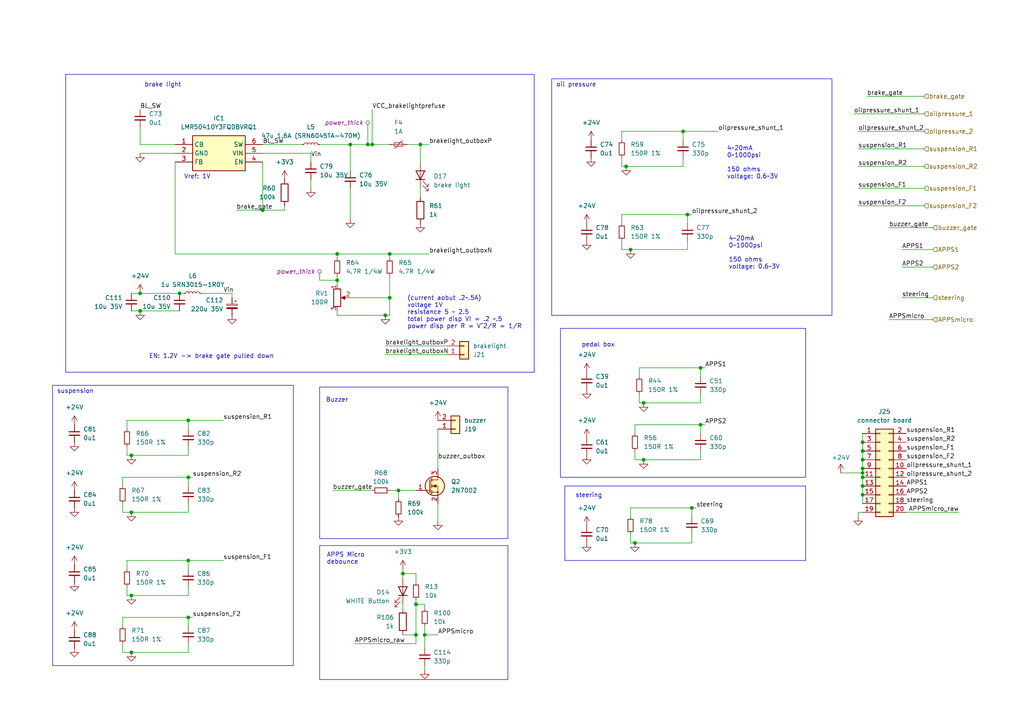
<source format=kicad_sch>
(kicad_sch (version 20231120) (generator "eeschema") (generator_version "8.0")
  (paper "A4")
  (title_block (title "EP6 VCU") (date "2024-09-30") (rev "1.0") (company "NTURacing") (comment 1 "郭哲明") (comment 2 "Electrical group"))
  (lib_symbols
    (symbol "Connector_Generic:Conn_01x02" (pin_names (offset 1.016) hide)
      (property "Reference" "J" (at 0 2.54 0))
      (property "Value" "Conn_01x02" (at 0 -5.08 0))
      (symbol "Conn_01x02_1_1"
        (pin passive line (at -5.08 0 0) (length 3.81) (name "Pin_1") (number "1"))
        (pin passive line (at -5.08 -2.54 0) (length 3.81) (name "Pin_2") (number "2"))
      )
    )
    (symbol "Connector_Generic:Conn_02x10_Odd_Even" (pin_names (offset 1.016) hide)
      (property "Reference" "J" (at 1.27 12.7 0))
      (property "Value" "Conn_02x10_Odd_Even" (at 1.27 -15.24 0))
      (symbol "Conn_02x10_Odd_Even_1_1"
        (pin passive line (at -5.08 10.16 0) (length 3.81) (name "Pin_1") (number "1"))
        (pin passive line (at 7.62 0 180) (length 3.81) (name "Pin_10") (number "10"))
        (pin passive line (at -5.08 -2.54 0) (length 3.81) (name "Pin_11") (number "11"))
        (pin passive line (at 7.62 -2.54 180) (length 3.81) (name "Pin_12") (number "12"))
        (pin passive line (at -5.08 -5.08 0) (length 3.81) (name "Pin_13") (number "13"))
        (pin passive line (at 7.62 -5.08 180) (length 3.81) (name "Pin_14") (number "14"))
        (pin passive line (at -5.08 -7.62 0) (length 3.81) (name "Pin_15") (number "15"))
        (pin passive line (at 7.62 -7.62 180) (length 3.81) (name "Pin_16") (number "16"))
        (pin passive line (at -5.08 -10.16 0) (length 3.81) (name "Pin_17") (number "17"))
        (pin passive line (at 7.62 -10.16 180) (length 3.81) (name "Pin_18") (number "18"))
        (pin passive line (at -5.08 -12.7 0) (length 3.81) (name "Pin_19") (number "19"))
        (pin passive line (at 7.62 10.16 180) (length 3.81) (name "Pin_2") (number "2"))
        (pin passive line (at 7.62 -12.7 180) (length 3.81) (name "Pin_20") (number "20"))
        (pin passive line (at -5.08 7.62 0) (length 3.81) (name "Pin_3") (number "3"))
        (pin passive line (at 7.62 7.62 180) (length 3.81) (name "Pin_4") (number "4"))
        (pin passive line (at -5.08 5.08 0) (length 3.81) (name "Pin_5") (number "5"))
        (pin passive line (at 7.62 5.08 180) (length 3.81) (name "Pin_6") (number "6"))
        (pin passive line (at -5.08 2.54 0) (length 3.81) (name "Pin_7") (number "7"))
        (pin passive line (at 7.62 2.54 180) (length 3.81) (name "Pin_8") (number "8"))
        (pin passive line (at -5.08 0 0) (length 3.81) (name "Pin_9") (number "9"))
      )
    )
    (symbol "Device:C_Polarized_Small" (pin_numbers hide) (pin_names (offset 0.254) hide)
      (property "Reference" "C" (at 0.254 1.778 0))
      (property "Value" "C_Polarized_Small" (at 0.254 -2.032 0))
      (symbol "C_Polarized_Small_1_1"
        (pin passive line (at 0 2.54 270) (length 1.8542) (name "~") (number "1"))
        (pin passive line (at 0 -2.54 90) (length 1.8542) (name "~") (number "2"))
      )
    )
    (symbol "Device:C_Small" (pin_numbers hide) (pin_names (offset 0.254) hide)
      (property "Reference" "C" (at 0.254 1.778 0))
      (property "Value" "C_Small" (at 0.254 -2.032 0))
      (symbol "C_Small_1_1"
        (pin passive line (at 0 2.54 270) (length 2.032) (name "~") (number "1"))
        (pin passive line (at 0 -2.54 90) (length 2.032) (name "~") (number "2"))
      )
    )
    (symbol "Device:LED" (pin_numbers hide) (pin_names (offset 1.016) hide)
      (property "Reference" "D" (at 0 2.54 0))
      (property "Value" "LED" (at 0 -2.54 0))
      (symbol "LED_1_1"
        (pin passive line (at -3.81 0 0) (length 2.54) (name "K") (number "1"))
        (pin passive line (at 3.81 0 180) (length 2.54) (name "A") (number "2"))
      )
    )
    (symbol "Device:L_Small" (pin_numbers hide) (pin_names (offset 0.254) hide)
      (property "Reference" "L" (at 0.762 1.016 0))
      (property "Value" "L_Small" (at 0.762 -1.016 0))
      (symbol "L_Small_1_1"
        (pin passive line (at 0 2.54 270) (length 0.508) (name "~") (number "1"))
        (pin passive line (at 0 -2.54 90) (length 0.508) (name "~") (number "2"))
      )
    )
    (symbol "Device:Polyfuse_Small" (pin_numbers hide) (pin_names (offset 0))
      (property "Reference" "F" (at -1.905 0 90))
      (property "Value" "Polyfuse_Small" (at 1.905 0 90))
      (symbol "Polyfuse_Small_1_1"
        (pin passive line (at 0 2.54 270) (length 0.635) (name "~") (number "1"))
        (pin passive line (at 0 -2.54 90) (length 0.635) (name "~") (number "2"))
      )
    )
    (symbol "Device:R" (pin_numbers hide) (pin_names (offset 0))
      (property "Reference" "R" (at 2.032 0 90))
      (property "Value" "R" (at 0 0 90))
      (symbol "R_1_1"
        (pin passive line (at 0 3.81 270) (length 1.27) (name "~") (number "1"))
        (pin passive line (at 0 -3.81 90) (length 1.27) (name "~") (number "2"))
      )
    )
    (symbol "Device:R_Potentiometer" (pin_names (offset 1.016) hide)
      (property "Reference" "RV" (at -4.445 0 90))
      (property "Value" "R_Potentiometer" (at -2.54 0 90))
      (symbol "R_Potentiometer_1_1"
        (pin passive line (at 0 3.81 270) (length 1.27) (name "1") (number "1"))
        (pin passive line (at 3.81 0 180) (length 1.27) (name "2") (number "2"))
        (pin passive line (at 0 -3.81 90) (length 1.27) (name "3") (number "3"))
      )
    )
    (symbol "Device:R_Small" (pin_numbers hide) (pin_names (offset 0.254) hide)
      (property "Reference" "R" (at 0.762 0.508 0))
      (property "Value" "R_Small" (at 0.762 -1.016 0))
      (symbol "R_Small_1_1"
        (pin passive line (at 0 2.54 270) (length 0.762) (name "~") (number "1"))
        (pin passive line (at 0 -2.54 90) (length 0.762) (name "~") (number "2"))
      )
    )
    (symbol "PCM_Transistor_MOSFET_AKL:2N7002" (pin_names hide)
      (property "Reference" "Q" (at 5.08 1.27 0))
      (property "Value" "2N7002" (at 5.08 -1.27 0))
      (symbol "2N7002_1_1"
        (pin input line (at -3.81 -1.27 0) (length 2.54) (name "G") (number "1"))
        (pin passive line (at 2.54 -5.08 90) (length 2.54) (name "S") (number "2"))
        (pin passive line (at 2.54 5.08 270) (length 2.54) (name "D") (number "3"))
      )
    )
    (symbol "SamacSys_Parts:LMR50410Y3FQDBVRQ1"
      (property "Reference" "IC" (at 21.59 7.62 0))
      (property "Value" "LMR50410Y3FQDBVRQ1" (at 21.59 5.08 0))
      (symbol "LMR50410Y3FQDBVRQ1_1_1"
        (pin passive line (at 0 0 0) (length 5.08) (name "CB") (number "1"))
        (pin passive line (at 0 -2.54 0) (length 5.08) (name "GND") (number "2"))
        (pin passive line (at 0 -5.08 0) (length 5.08) (name "FB") (number "3"))
        (pin passive line (at 25.4 -5.08 180) (length 5.08) (name "EN") (number "4"))
        (pin passive line (at 25.4 -2.54 180) (length 5.08) (name "VIN") (number "5"))
        (pin passive line (at 25.4 0 180) (length 5.08) (name "SW") (number "6"))
      )
    )
    (symbol "power:+24V" (power) (pin_numbers hide) (pin_names (offset 0) hide)
      (property "Value" "+24V" (at 0 3.556 0))
      (symbol "+24V_1_1"
        (pin power_in line (at 0 0 90) (length 0) (name "~") (number "1"))
      )
    )
    (symbol "power:+3V3" (power) (pin_numbers hide) (pin_names (offset 0) hide)
      (property "Value" "+3V3" (at 0 3.556 0))
      (symbol "+3V3_1_1"
        (pin power_in line (at 0 0 90) (length 0) (name "~") (number "1"))
      )
    )
    (symbol "power:GND" (power) (pin_numbers hide) (pin_names (offset 0) hide)
      (property "Value" "GND" (at 0 -3.81 0))
      (symbol "GND_1_1"
        (pin power_in line (at 0 0 270) (length 0) (name "~") (number "1"))
      )
    )
  )
  (junction (at 97.79 73.66))
  (junction (at 250.19 128.27))
  (junction (at 107.95 41.91))
  (junction (at 54.61 138.43))
  (junction (at 120.65 184.15))
  (junction (at 250.19 138.43))
  (junction (at 250.19 133.35))
  (junction (at 203.2 123.19))
  (junction (at 121.92 41.91))
  (junction (at 250.19 143.51))
  (junction (at 123.19 184.15))
  (junction (at 113.03 86.36))
  (junction (at 186.69 133.35))
  (junction (at 52.07 85.09))
  (junction (at 40.64 90.17))
  (junction (at 54.61 121.92))
  (junction (at 203.2 106.68))
  (junction (at 38.1 132.08))
  (junction (at 120.65 175.26))
  (junction (at 200.66 147.32))
  (junction (at 182.88 72.39))
  (junction (at 76.2 60.96))
  (junction (at 184.15 157.48))
  (junction (at 38.1 189.23))
  (junction (at 54.61 179.07))
  (junction (at 113.03 73.66))
  (junction (at 250.19 135.89))
  (junction (at 116.84 166.37))
  (junction (at 106.68 41.91))
  (junction (at 38.1 172.72))
  (junction (at 250.19 130.81))
  (junction (at 250.19 140.97))
  (junction (at 101.6 41.91))
  (junction (at 38.1 148.59))
  (junction (at 199.39 62.23))
  (junction (at 250.19 137.16))
  (junction (at 115.57 142.24))
  (junction (at 111.76 91.44))
  (junction (at 40.64 85.09))
  (junction (at 198.12 38.1))
  (junction (at 186.69 116.84))
  (junction (at 181.61 48.26))
  (junction (at 97.79 81.28))
  (junction (at 54.61 162.56))
  (wire (pts (xy 67.31 86.36) (xy 67.31 85.09)))
  (wire (pts (xy 36.83 172.72) (xy 38.1 172.72)))
  (wire (pts (xy 36.83 162.56) (xy 54.61 162.56)))
  (wire (pts (xy 121.92 57.15) (xy 121.92 54.61)))
  (wire (pts (xy 113.03 74.93) (xy 113.03 73.66)))
  (wire (pts (xy 180.34 45.72) (xy 180.34 48.26)))
  (wire (pts (xy 107.95 31.75) (xy 107.95 41.91)))
  (wire (pts (xy 106.68 38.1) (xy 106.68 41.91)))
  (wire (pts (xy 251.46 27.94) (xy 267.97 27.94)))
  (wire (pts (xy 82.55 59.69) (xy 82.55 60.96)))
  (wire (pts (xy 97.79 81.28) (xy 97.79 82.55)))
  (wire (pts (xy 250.19 143.51) (xy 250.19 146.05)))
  (wire (pts (xy 40.64 44.45) (xy 50.8 44.45)))
  (wire (pts (xy 120.65 173.99) (xy 120.65 175.26)))
  (wire (pts (xy 40.64 85.09) (xy 38.1 85.09)))
  (wire (pts (xy 101.6 49.53) (xy 101.6 41.91)))
  (wire (pts (xy 123.19 175.26) (xy 120.65 175.26)))
  (wire (pts (xy 36.83 162.56) (xy 36.83 165.1)))
  (wire (pts (xy 248.92 54.61) (xy 267.97 54.61)))
  (wire (pts (xy 102.87 186.69) (xy 120.65 186.69)))
  (wire (pts (xy 76.2 46.99) (xy 76.2 60.96)))
  (wire (pts (xy 54.61 146.05) (xy 54.61 148.59)))
  (wire (pts (xy 184.15 133.35) (xy 186.69 133.35)))
  (wire (pts (xy 38.1 132.08) (xy 54.61 132.08)))
  (wire (pts (xy 180.34 62.23) (xy 199.39 62.23)))
  (wire (pts (xy 185.42 114.3) (xy 185.42 116.84)))
  (wire (pts (xy 200.66 147.32) (xy 200.66 149.86)))
  (wire (pts (xy 184.15 130.81) (xy 184.15 133.35)))
  (wire (pts (xy 180.34 72.39) (xy 182.88 72.39)))
  (wire (pts (xy 50.8 46.99) (xy 50.8 73.66)))
  (wire (pts (xy 186.69 116.84) (xy 203.2 116.84)))
  (wire (pts (xy 54.61 162.56) (xy 64.77 162.56)))
  (wire (pts (xy 121.92 46.99) (xy 121.92 41.91)))
  (wire (pts (xy 113.03 41.91) (xy 107.95 41.91)))
  (wire (pts (xy 120.65 175.26) (xy 120.65 184.15)))
  (wire (pts (xy 184.15 157.48) (xy 200.66 157.48)))
  (wire (pts (xy 52.07 85.09) (xy 40.64 85.09)))
  (wire (pts (xy 54.61 121.92) (xy 64.77 121.92)))
  (wire (pts (xy 250.19 135.89) (xy 250.19 137.16)))
  (wire (pts (xy 182.88 147.32) (xy 182.88 149.86)))
  (wire (pts (xy 203.2 106.68) (xy 203.2 109.22)))
  (wire (pts (xy 54.61 179.07) (xy 55.88 179.07)))
  (wire (pts (xy 182.88 72.39) (xy 199.39 72.39)))
  (wire (pts (xy 185.42 106.68) (xy 203.2 106.68)))
  (wire (pts (xy 257.81 92.71) (xy 270.51 92.71)))
  (wire (pts (xy 113.03 91.44) (xy 111.76 91.44)))
  (wire (pts (xy 250.19 140.97) (xy 250.19 143.51)))
  (wire (pts (xy 96.52 142.24) (xy 107.95 142.24)))
  (wire (pts (xy 36.83 121.92) (xy 36.83 124.46)))
  (wire (pts (xy 182.88 147.32) (xy 200.66 147.32)))
  (wire (pts (xy 54.61 138.43) (xy 54.61 140.97)))
  (wire (pts (xy 250.19 138.43) (xy 250.19 140.97)))
  (wire (pts (xy 101.6 54.61) (xy 101.6 63.5)))
  (wire (pts (xy 123.19 184.15) (xy 127 184.15)))
  (wire (pts (xy 38.1 189.23) (xy 54.61 189.23)))
  (wire (pts (xy 121.92 41.91) (xy 124.46 41.91)))
  (wire (pts (xy 35.56 146.05) (xy 35.56 148.59)))
  (wire (pts (xy 113.03 142.24) (xy 115.57 142.24)))
  (wire (pts (xy 116.84 184.15) (xy 120.65 184.15)))
  (wire (pts (xy 243.84 137.16) (xy 250.19 137.16)))
  (wire (pts (xy 111.76 102.87) (xy 129.54 102.87)))
  (wire (pts (xy 120.65 166.37) (xy 116.84 166.37)))
  (wire (pts (xy 198.12 38.1) (xy 198.12 40.64)))
  (wire (pts (xy 184.15 123.19) (xy 184.15 125.73)))
  (wire (pts (xy 113.03 80.01) (xy 113.03 86.36)))
  (wire (pts (xy 54.61 138.43) (xy 55.88 138.43)))
  (wire (pts (xy 52.07 85.09) (xy 53.34 85.09)))
  (wire (pts (xy 123.19 175.26) (xy 123.19 176.53)))
  (wire (pts (xy 182.88 157.48) (xy 184.15 157.48)))
  (wire (pts (xy 203.2 123.19) (xy 204.47 123.19)))
  (wire (pts (xy 54.61 121.92) (xy 54.61 124.46)))
  (wire (pts (xy 116.84 165.1) (xy 116.84 166.37)))
  (wire (pts (xy 68.58 60.96) (xy 76.2 60.96)))
  (wire (pts (xy 250.19 133.35) (xy 250.19 135.89)))
  (wire (pts (xy 180.34 48.26) (xy 181.61 48.26)))
  (wire (pts (xy 38.1 148.59) (xy 54.61 148.59)))
  (wire (pts (xy 76.2 60.96) (xy 82.55 60.96)))
  (wire (pts (xy 38.1 172.72) (xy 54.61 172.72)))
  (wire (pts (xy 101.6 41.91) (xy 106.68 41.91)))
  (wire (pts (xy 198.12 38.1) (xy 208.28 38.1)))
  (wire (pts (xy 50.8 41.91) (xy 40.64 41.91)))
  (wire (pts (xy 87.63 41.91) (xy 76.2 41.91)))
  (wire (pts (xy 270.51 72.39) (xy 261.62 72.39)))
  (wire (pts (xy 203.2 130.81) (xy 203.2 133.35)))
  (wire (pts (xy 40.64 41.91) (xy 40.64 36.83)))
  (wire (pts (xy 203.2 114.3) (xy 203.2 116.84)))
  (wire (pts (xy 36.83 170.18) (xy 36.83 172.72)))
  (wire (pts (xy 199.39 62.23) (xy 199.39 64.77)))
  (wire (pts (xy 203.2 106.68) (xy 204.47 106.68)))
  (wire (pts (xy 97.79 73.66) (xy 50.8 73.66)))
  (wire (pts (xy 248.92 48.26) (xy 267.97 48.26)))
  (wire (pts (xy 250.19 137.16) (xy 250.19 138.43)))
  (wire (pts (xy 120.65 186.69) (xy 120.65 184.15)))
  (wire (pts (xy 250.19 128.27) (xy 250.19 130.81)))
  (wire (pts (xy 250.19 128.27) (xy 250.19 125.73)))
  (wire (pts (xy 92.71 41.91) (xy 101.6 41.91)))
  (wire (pts (xy 97.79 91.44) (xy 111.76 91.44)))
  (wire (pts (xy 270.51 77.47) (xy 261.62 77.47)))
  (wire (pts (xy 180.34 69.85) (xy 180.34 72.39)))
  (wire (pts (xy 97.79 74.93) (xy 97.79 73.66)))
  (wire (pts (xy 40.64 90.17) (xy 38.1 90.17)))
  (wire (pts (xy 67.31 85.09) (xy 58.42 85.09)))
  (wire (pts (xy 35.56 179.07) (xy 54.61 179.07)))
  (wire (pts (xy 248.92 149.86) (xy 248.92 148.59)))
  (wire (pts (xy 257.81 66.04) (xy 270.51 66.04)))
  (wire (pts (xy 35.56 186.69) (xy 35.56 189.23)))
  (wire (pts (xy 101.6 86.36) (xy 113.03 86.36)))
  (wire (pts (xy 278.13 148.59) (xy 262.89 148.59)))
  (wire (pts (xy 182.88 154.94) (xy 182.88 157.48)))
  (wire (pts (xy 97.79 73.66) (xy 113.03 73.66)))
  (wire (pts (xy 185.42 116.84) (xy 186.69 116.84)))
  (wire (pts (xy 199.39 69.85) (xy 199.39 72.39)))
  (wire (pts (xy 54.61 162.56) (xy 54.61 165.1)))
  (wire (pts (xy 180.34 38.1) (xy 180.34 40.64)))
  (wire (pts (xy 199.39 62.23) (xy 200.66 62.23)))
  (wire (pts (xy 115.57 142.24) (xy 120.65 142.24)))
  (wire (pts (xy 248.92 43.18) (xy 267.97 43.18)))
  (wire (pts (xy 200.66 154.94) (xy 200.66 157.48)))
  (wire (pts (xy 113.03 86.36) (xy 113.03 91.44)))
  (wire (pts (xy 106.68 41.91) (xy 107.95 41.91)))
  (wire (pts (xy 118.11 41.91) (xy 121.92 41.91)))
  (wire (pts (xy 97.79 91.44) (xy 97.79 90.17)))
  (wire (pts (xy 198.12 45.72) (xy 198.12 48.26)))
  (wire (pts (xy 90.17 52.07) (xy 90.17 54.61)))
  (wire (pts (xy 127 124.46) (xy 127 135.89)))
  (wire (pts (xy 116.84 166.37) (xy 116.84 167.64)))
  (wire (pts (xy 248.92 59.69) (xy 267.97 59.69)))
  (wire (pts (xy 124.46 73.66) (xy 113.03 73.66)))
  (wire (pts (xy 200.66 147.32) (xy 201.93 147.32)))
  (wire (pts (xy 35.56 138.43) (xy 54.61 138.43)))
  (wire (pts (xy 185.42 106.68) (xy 185.42 109.22)))
  (wire (pts (xy 250.19 130.81) (xy 250.19 133.35)))
  (wire (pts (xy 180.34 62.23) (xy 180.34 64.77)))
  (wire (pts (xy 92.71 81.28) (xy 97.79 81.28)))
  (wire (pts (xy 54.61 179.07) (xy 54.61 181.61)))
  (wire (pts (xy 36.83 129.54) (xy 36.83 132.08)))
  (wire (pts (xy 36.83 121.92) (xy 54.61 121.92)))
  (wire (pts (xy 54.61 129.54) (xy 54.61 132.08)))
  (wire (pts (xy 52.07 90.17) (xy 40.64 90.17)))
  (wire (pts (xy 90.17 44.45) (xy 76.2 44.45)))
  (wire (pts (xy 247.65 33.02) (xy 267.97 33.02)))
  (wire (pts (xy 54.61 186.69) (xy 54.61 189.23)))
  (wire (pts (xy 181.61 48.26) (xy 198.12 48.26)))
  (wire (pts (xy 248.92 148.59) (xy 250.19 148.59)))
  (wire (pts (xy 127 146.05) (xy 127 151.13)))
  (wire (pts (xy 120.65 168.91) (xy 120.65 166.37)))
  (wire (pts (xy 90.17 44.45) (xy 90.17 46.99)))
  (wire (pts (xy 97.79 81.28) (xy 97.79 80.01)))
  (wire (pts (xy 123.19 194.31) (xy 123.19 193.04)))
  (wire (pts (xy 123.19 184.15) (xy 123.19 187.96)))
  (wire (pts (xy 35.56 179.07) (xy 35.56 181.61)))
  (wire (pts (xy 261.62 86.36) (xy 270.51 86.36)))
  (wire (pts (xy 184.15 123.19) (xy 203.2 123.19)))
  (wire (pts (xy 111.76 100.33) (xy 129.54 100.33)))
  (wire (pts (xy 180.34 38.1) (xy 198.12 38.1)))
  (wire (pts (xy 35.56 148.59) (xy 38.1 148.59)))
  (wire (pts (xy 35.56 138.43) (xy 35.56 140.97)))
  (wire (pts (xy 203.2 123.19) (xy 203.2 125.73)))
  (wire (pts (xy 115.57 144.78) (xy 115.57 142.24)))
  (wire (pts (xy 116.84 176.53) (xy 116.84 175.26)))
  (wire (pts (xy 54.61 170.18) (xy 54.61 172.72)))
  (wire (pts (xy 35.56 189.23) (xy 38.1 189.23)))
  (wire (pts (xy 186.69 133.35) (xy 203.2 133.35)))
  (wire (pts (xy 36.83 132.08) (xy 38.1 132.08)))
  (wire (pts (xy 123.19 181.61) (xy 123.19 184.15)))
  (wire (pts (xy 248.92 38.1) (xy 267.97 38.1)))
  (rectangle (start 160.02 22.86) (end 241.3 91.44))
  (rectangle (start 19.05 21.59) (end 154.94 107.95))
  (rectangle (start 15.24 111.76) (end 85.09 193.04))
  (rectangle (start 92.71 112.268) (end 147.32 156.21))
  (rectangle (start 162.56 95.25) (end 233.68 138.43))
  (rectangle (start 92.71 158.242) (end 147.32 197.104))
  (rectangle (start 163.83 140.97) (end 233.68 162.56))
  (text "brake light\n" (at 41.91 25.4 0) (effects (font (size 1.27 1.27)) (justify left bottom)))
  (text "steering" (at 166.878 144.526 0) (effects (font (size 1.27 1.27)) (justify left bottom)))
  (text "pedal box" (at 168.656 100.838 0) (effects (font (size 1.27 1.27)) (justify left bottom)))
  (text "4~20mA\n0~1000psi\n\n150 ohms\nvoltage: 0.6~3V" (at 210.82 52.07 0) (effects (font (size 1.27 1.27)) (justify left bottom)))
  (text "Buzzer" (at 94.488 116.84 0) (effects (font (size 1.27 1.27)) (justify left bottom)))
  (text "(current aobut .2~.5A)\nvoltage 1V\nresistance 5 ~ 2.5\ntotal power disp VI = .2 ~.5\npower disp per R = V^2/R = 1/R" (at 118.11 95.504 0) (effects (font (size 1.27 1.27)) (justify left bottom)))
  (text "suspension" (at 16.51 114.3 0) (effects (font (size 1.27 1.27)) (justify left bottom)))
  (text "Vref: 1V" (at 53.34 52.07 0) (effects (font (size 1.27 1.27)) (justify left bottom)))
  (text "oil pressure" (at 161.29 25.4 0) (effects (font (size 1.27 1.27)) (justify left bottom)))
  (text "EN: 1.2V -> brake gate pulled down" (at 43.18 104.14 0) (effects (font (size 1.27 1.27)) (justify left bottom)))
  (text "APPS Micro \ndebounce" (at 94.742 163.83 0) (effects (font (size 1.27 1.27)) (justify left bottom)))
  (text "4~20mA\n0~1000psi\n\n150 ohms\nvoltage: 0.6~3V" (at 211.328 78.232 0) (effects (font (size 1.27 1.27)) (justify left bottom)))
  (label "oilpressure_shunt_1" (at 247.65 33.02 0))
  (label "suspension_F2" (at 262.89 133.35 0))
  (label "suspension_R1" (at 248.92 43.18 0))
  (label "brake_gate" (at 251.46 27.94 0))
  (label "suspension_R1" (at 64.77 121.92 0))
  (label "APPSmicro" (at 257.81 92.71 0))
  (label "APPS1" (at 262.89 140.97 0))
  (label "APPS2" (at 261.62 77.47 0))
  (label "suspension_F2" (at 248.92 59.69 0))
  (label "oilpressure_shunt_1" (at 208.28 38.1 0))
  (label "suspension_F1" (at 64.77 162.56 0))
  (label "APPSmicro_raw" (at 278.13 148.59 180))
  (label "suspension_R2" (at 248.92 48.26 0))
  (label "oilpressure_shunt_2" (at 248.92 38.1 0))
  (label "BL_SW" (at 40.64 31.75 0))
  (label "oilpressure_shunt_2" (at 262.89 138.43 0))
  (label "suspension_R2" (at 55.88 138.43 0))
  (label "steering" (at 261.62 86.36 0))
  (label "brakelight_outboxP" (at 124.46 41.91 0))
  (label "APPSmicro_raw" (at 102.87 186.69 0))
  (label "oilpressure_shunt_2" (at 200.66 62.23 0))
  (label "Vin" (at 90.17 45.72 0))
  (label "buzzer_outbox" (at 127 133.35 0))
  (label "BL_SW" (at 76.2 41.91 0))
  (label "buzzer_gate" (at 96.52 142.24 0))
  (label "APPS1" (at 261.62 72.39 0))
  (label "steering" (at 201.93 147.32 0))
  (label "brakelight_outboxN" (at 124.46 73.66 0))
  (label "Vin" (at 64.77 85.09 0))
  (label "brakelight_outboxP" (at 111.76 100.33 0))
  (label "suspension_F1" (at 262.89 130.81 0))
  (label "suspension_R1" (at 262.89 125.73 0))
  (label "steering" (at 262.89 146.05 0))
  (label "APPSmicro" (at 127 184.15 0))
  (label "suspension_R2" (at 262.89 128.27 0))
  (label "APPS1" (at 204.47 106.68 0))
  (label "buzzer_gate" (at 257.81 66.04 0))
  (label "APPS2" (at 204.47 123.19 0))
  (label "brakelight_outboxN" (at 111.76 102.87 0))
  (label "suspension_F2" (at 55.88 179.07 0))
  (label "brake_gate" (at 68.58 60.96 0))
  (label "APPS2" (at 262.89 143.51 0))
  (label "VCC_brakelightprefuse" (at 107.95 31.75 0))
  (label "oilpressure_shunt_1" (at 262.89 135.89 0))
  (label "suspension_F1" (at 248.92 54.61 0))
  (hierarchical_label "APPS2" (shape input) (at 270.51 77.47 0))
  (hierarchical_label "oilpressure_2" (shape input) (at 267.97 38.1 0))
  (hierarchical_label "steering" (shape input) (at 270.51 86.36 0))
  (hierarchical_label "suspension_R1" (shape input) (at 267.97 43.18 0))
  (hierarchical_label "APPSmicro" (shape input) (at 270.51 92.71 0))
  (hierarchical_label "APPS1" (shape input) (at 270.51 72.39 0))
  (hierarchical_label "suspension_F1" (shape input) (at 267.97 54.61 0))
  (hierarchical_label "suspension_F2" (shape input) (at 267.97 59.69 0))
  (hierarchical_label "suspension_R2" (shape input) (at 267.97 48.26 0))
  (hierarchical_label "brake_gate" (shape input) (at 267.97 27.94 0))
  (hierarchical_label "oilpressure_1" (shape input) (at 267.97 33.02 0))
  (hierarchical_label "buzzer_gate" (shape input) (at 270.51 66.04 0))
  (netclass_flag "" (length 2.54) (shape round) (at 106.68 38.1 0) (property "Netclass" "power_thick" (at 105.41 35.56 0) (effects (font (italic yes)) (justify right))))
  (netclass_flag "" (length 2.54) (shape round) (at 92.71 81.28 0) (property "Netclass" "power_thick" (at 91.44 78.74 0) (effects (font (italic yes)) (justify right))))
  (symbol (lib_id "Device:C_Small") (at 203.2 128.27 0) (unit 1)
    (property "Reference" "C60" (at 205.74 127.0063 0) (effects (justify left)))
    (property "Value" "330p" (at 205.74 129.5463 0) (effects (justify left)))
    (property "Footprint" "Capacitor_SMD:C_0402_1005Metric" (effects (hide yes)))
    (property "Description" "Unpolarized capacitor, small symbol" (effects (hide yes)))
  )
  (symbol (lib_id "Device:C_Small") (at 198.12 43.18 0) (unit 1)
    (property "Reference" "C75" (at 200.66 41.9163 0) (effects (justify left)))
    (property "Value" "330p" (at 200.66 44.4563 0) (effects (justify left)))
    (property "Footprint" "Capacitor_SMD:C_0402_1005Metric" (effects (hide yes)))
    (property "Description" "Unpolarized capacitor, small symbol" (effects (hide yes)))
  )
  (symbol (lib_id "Device:C_Small") (at 54.61 127 0) (unit 1)
    (property "Reference" "C82" (at 57.15 125.7363 0) (effects (justify left)))
    (property "Value" "330p" (at 57.15 128.2763 0) (effects (justify left)))
    (property "Footprint" "Capacitor_SMD:C_0402_1005Metric" (effects (hide yes)))
    (property "Description" "Unpolarized capacitor, small symbol" (effects (hide yes)))
  )
  (symbol (lib_id "Device:R_Small") (at 185.42 111.76 0) (unit 1)
    (property "Reference" "R44" (at 187.96 110.4899 0) (effects (justify left)))
    (property "Value" "150R 1%" (at 187.96 113.0299 0) (effects (justify left)))
    (property "Footprint" "Resistor_SMD:R_0603_1608Metric" (effects (hide yes)))
    (property "Description" "Resistor, small symbol" (effects (hide yes)))
  )
  (symbol (lib_id "Device:R_Small") (at 36.83 167.64 0) (unit 1)
    (property "Reference" "R70" (at 39.37 166.3699 0) (effects (justify left)))
    (property "Value" "150R 1%" (at 39.37 168.9099 0) (effects (justify left)))
    (property "Footprint" "Resistor_SMD:R_0603_1608Metric" (effects (hide yes)))
    (property "Description" "Resistor, small symbol" (effects (hide yes)))
  )
  (symbol (lib_id "power:GND") (at 21.59 128.27 0) (unit 1)
    (property "Reference" "#PWR0156" (effects (hide yes)))
    (property "Value" "GND" (effects (hide yes)))
    (property "Description" "Power symbol creates a global label with name \"GND\" , ground" (effects (hide yes)))
  )
  (symbol (lib_id "Device:C_Small") (at 101.6 52.07 0) (unit 1)
    (property "Reference" "C76" (at 104.14 50.8062 0) (effects (justify left)))
    (property "Value" "10u 35V" (at 104.14 53.3462 0) (effects (justify left)))
    (property "Footprint" "Capacitor_SMD:C_1206_3216Metric" (effects (hide yes)))
    (property "Description" "Unpolarized capacitor, small symbol" (effects (hide yes)))
  )
  (symbol (lib_id "power:GND") (at 186.69 116.84 0) (unit 1)
    (property "Reference" "#PWR0114" (effects (hide yes)))
    (property "Value" "GND" (effects (hide yes)))
    (property "Description" "Power symbol creates a global label with name \"GND\" , ground" (effects (hide yes)))
  )
  (symbol (lib_id "Device:R_Small") (at 180.34 67.31 0) (unit 1)
    (property "Reference" "R63" (at 182.88 66.0399 0) (effects (justify left)))
    (property "Value" "150R 1%" (at 182.88 68.5799 0) (effects (justify left)))
    (property "Footprint" "Resistor_SMD:R_0603_1608Metric" (effects (hide yes)))
    (property "Description" "Resistor, small symbol" (effects (hide yes)))
  )
  (symbol (lib_id "Connector_Generic:Conn_01x02") (at 134.62 102.87 0) (mirror x) (unit 1)
    (property "Reference" "J21" (at 137.16 102.87 0) (effects (justify left)))
    (property "Value" "brakelight" (at 137.16 100.33 0) (effects (justify left)))
    (property "Footprint" "Connector_JST:JST_XH_B2B-XH-A_1x02_P2.50mm_Vertical" (effects (hide yes)))
    (property "Description" "Generic connector, single row, 01x02, script generated (kicad-library-utils/schlib/autogen/connector/)" (effects (hide yes)))
  )
  (symbol (lib_id "Device:C_Small") (at 38.1 87.63 0) (mirror y) (unit 1)
    (property "Reference" "C111" (at 35.56 86.3662 0) (effects (justify left)))
    (property "Value" "10u 35V" (at 35.56 88.9062 0) (effects (justify left)))
    (property "Footprint" "Capacitor_SMD:C_1206_3216Metric" (effects (hide yes)))
    (property "Description" "Unpolarized capacitor, small symbol" (effects (hide yes)))
  )
  (symbol (lib_id "power:+24V") (at 171.45 40.64 0) (unit 1)
    (property "Reference" "#PWR0140" (effects (hide yes)))
    (property "Value" "+24V" (at 171.45 35.56 0))
    (property "Description" "Power symbol creates a global label with name \"+24V\"" (effects (hide yes)))
  )
  (symbol (lib_id "power:GND") (at 184.15 157.48 0) (unit 1)
    (property "Reference" "#PWR0138" (effects (hide yes)))
    (property "Value" "GND" (effects (hide yes)))
    (property "Description" "Power symbol creates a global label with name \"GND\" , ground" (effects (hide yes)))
  )
  (symbol (lib_id "power:+24V") (at 243.84 137.16 0) (unit 1)
    (property "Reference" "#PWR0213" (effects (hide yes)))
    (property "Value" "+24V" (at 243.84 132.715 0))
    (property "Description" "Power symbol creates a global label with name \"+24V\"" (effects (hide yes)))
  )
  (symbol (lib_id "Device:C_Small") (at 203.2 111.76 0) (unit 1)
    (property "Reference" "C51" (at 205.74 110.4963 0) (effects (justify left)))
    (property "Value" "330p" (at 205.74 113.0363 0) (effects (justify left)))
    (property "Footprint" "Capacitor_SMD:C_0402_1005Metric" (effects (hide yes)))
    (property "Description" "Unpolarized capacitor, small symbol" (effects (hide yes)))
  )
  (symbol (lib_id "power:GND") (at 67.31 91.44 0) (mirror y) (unit 1)
    (property "Reference" "#PWR0204" (effects (hide yes)))
    (property "Value" "GND" (effects (hide yes)))
    (property "Description" "Power symbol creates a global label with name \"GND\" , ground" (effects (hide yes)))
  )
  (symbol (lib_id "Device:C_Small") (at 21.59 125.73 0) (unit 1)
    (property "Reference" "C81" (at 24.13 124.4663 0) (effects (justify left)))
    (property "Value" "0u1" (at 24.13 127.0063 0) (effects (justify left)))
    (property "Footprint" "Capacitor_SMD:C_0402_1005Metric" (effects (hide yes)))
    (property "Description" "Unpolarized capacitor, small symbol" (effects (hide yes)))
  )
  (symbol (lib_id "power:GND") (at 170.18 132.08 0) (unit 1)
    (property "Reference" "#PWR0133" (effects (hide yes)))
    (property "Value" "GND" (effects (hide yes)))
    (property "Description" "Power symbol creates a global label with name \"GND\" , ground" (effects (hide yes)))
  )
  (symbol (lib_id "power:GND") (at 186.69 133.35 0) (unit 1)
    (property "Reference" "#PWR0134" (effects (hide yes)))
    (property "Value" "GND" (effects (hide yes)))
    (property "Description" "Power symbol creates a global label with name \"GND\" , ground" (effects (hide yes)))
  )
  (symbol (lib_id "Device:R") (at 116.84 180.34 0) (mirror y) (unit 1)
    (property "Reference" "R106" (at 114.3 179.07 0) (effects (justify left)))
    (property "Value" "1k" (at 114.3 181.61 0) (effects (justify left)))
    (property "Footprint" "Resistor_SMD:R_0402_1005Metric" (effects (hide yes)))
    (property "Description" "Resistor" (effects (hide yes)))
  )
  (symbol (lib_id "Device:R") (at 82.55 55.88 0) (mirror y) (unit 1)
    (property "Reference" "R60" (at 80.01 54.61 0) (effects (justify left)))
    (property "Value" "100k" (at 80.01 57.15 0) (effects (justify left)))
    (property "Footprint" "Resistor_SMD:R_0603_1608Metric" (effects (hide yes)))
    (property "Description" "Resistor" (effects (hide yes)))
  )
  (symbol (lib_id "Device:L_Small") (at 90.17 41.91 90) (unit 1)
    (property "Reference" "L5" (at 90.17 36.83 90))
    (property "Value" "47u 1.6A (SRN6045TA-470M)" (at 90.17 39.37 90))
    (property "Footprint" "Inductor_SMD:L_Bourns_SRN6045TA" (effects (hide yes)))
    (property "Description" "Inductor, small symbol" (effects (hide yes)))
  )
  (symbol (lib_id "Device:C_Small") (at 90.17 49.53 0) (unit 1)
    (property "Reference" "C79" (at 92.71 48.2662 0) (effects (justify left)))
    (property "Value" "10u 35V" (at 92.71 50.8062 0) (effects (justify left)))
    (property "Footprint" "Capacitor_SMD:C_1206_3216Metric" (effects (hide yes)))
    (property "Description" "Unpolarized capacitor, small symbol" (effects (hide yes)))
  )
  (symbol (lib_id "Device:R_Small") (at 110.49 142.24 270) (unit 1)
    (property "Reference" "R68" (at 110.49 137.16 90))
    (property "Value" "100k" (at 110.49 139.7 90))
    (property "Footprint" "Resistor_SMD:R_0402_1005Metric" (effects (hide yes)))
    (property "Description" "Resistor, small symbol" (effects (hide yes)))
  )
  (symbol (lib_id "Connector_Generic:Conn_02x10_Odd_Even") (at 255.27 135.89 0) (unit 1)
    (property "Reference" "J25" (at 256.54 119.38 0))
    (property "Value" "connector board" (at 256.54 121.92 0))
    (property "Description" "Generic connector, double row, 02x10, odd/even pin numbering scheme (row 1 odd numbers, row 2 even numbers), script generated (kicad-library-utils/schlib/autogen/connector/)" (effects (hide yes)))
  )
  (symbol (lib_id "Device:R_Small") (at 115.57 147.32 180) (unit 1)
    (property "Reference" "R69" (at 118.11 146.05 0) (effects (justify right)))
    (property "Value" "100k" (at 118.11 148.59 0) (effects (justify right)))
    (property "Footprint" "Resistor_SMD:R_0402_1005Metric" (effects (hide yes)))
    (property "Description" "Resistor, small symbol" (effects (hide yes)))
  )
  (symbol (lib_id "power:GND") (at 115.57 149.86 0) (unit 1)
    (property "Reference" "#PWR0162" (effects (hide yes)))
    (property "Value" "GND" (effects (hide yes)))
    (property "Description" "Power symbol creates a global label with name \"GND\" , ground" (effects (hide yes)))
  )
  (symbol (lib_id "Device:C_Small") (at 54.61 167.64 0) (unit 1)
    (property "Reference" "C86" (at 57.15 166.3763 0) (effects (justify left)))
    (property "Value" "330p" (at 57.15 168.9163 0) (effects (justify left)))
    (property "Footprint" "Capacitor_SMD:C_0402_1005Metric" (effects (hide yes)))
    (property "Description" "Unpolarized capacitor, small symbol" (effects (hide yes)))
  )
  (symbol (lib_id "power:+24V") (at 170.18 152.4 0) (unit 1)
    (property "Reference" "#PWR0136" (effects (hide yes)))
    (property "Value" "+24V" (at 170.18 147.32 0))
    (property "Description" "Power symbol creates a global label with name \"+24V\"" (effects (hide yes)))
  )
  (symbol (lib_id "power:GND") (at 182.88 72.39 0) (unit 1)
    (property "Reference" "#PWR0149" (effects (hide yes)))
    (property "Value" "GND" (effects (hide yes)))
    (property "Description" "Power symbol creates a global label with name \"GND\" , ground" (effects (hide yes)))
  )
  (symbol (lib_id "Connector_Generic:Conn_01x02") (at 132.08 124.46 0) (mirror x) (unit 1)
    (property "Reference" "J19" (at 134.62 124.46 0) (effects (justify left)))
    (property "Value" "buzzer" (at 134.62 121.92 0) (effects (justify left)))
    (property "Footprint" "Connector_JST:JST_XH_B2B-XH-A_1x02_P2.50mm_Vertical" (effects (hide yes)))
    (property "Description" "Generic connector, single row, 01x02, script generated (kicad-library-utils/schlib/autogen/connector/)" (effects (hide yes)))
  )
  (symbol (lib_id "Device:R_Small") (at 35.56 184.15 0) (unit 1)
    (property "Reference" "R71" (at 38.1 182.8799 0) (effects (justify left)))
    (property "Value" "150R 1%" (at 38.1 185.4199 0) (effects (justify left)))
    (property "Footprint" "Resistor_SMD:R_0603_1608Metric" (effects (hide yes)))
    (property "Description" "Resistor, small symbol" (effects (hide yes)))
  )
  (symbol (lib_id "Device:R_Potentiometer") (at 97.79 86.36 0) (unit 1)
    (property "Reference" "RV1" (at 95.25 85.09 0) (effects (justify right)))
    (property "Value" "100R" (at 95.25 87.63 0) (effects (justify right)))
    (property "Footprint" "Potentiometer_THT:Potentiometer_Bourns_3386C_Horizontal" (effects (hide yes)))
    (property "Description" "Potentiometer" (effects (hide yes)))
  )
  (symbol (lib_id "power:GND") (at 38.1 148.59 0) (unit 1)
    (property "Reference" "#PWR0161" (effects (hide yes)))
    (property "Value" "GND" (effects (hide yes)))
    (property "Description" "Power symbol creates a global label with name \"GND\" , ground" (effects (hide yes)))
  )
  (symbol (lib_id "Device:R_Small") (at 120.65 171.45 180) (unit 1)
    (property "Reference" "R13" (at 123.19 170.18 0) (effects (justify right)))
    (property "Value" "10k" (at 123.19 172.72 0) (effects (justify right)))
    (property "Footprint" "Resistor_SMD:R_0402_1005Metric" (effects (hide yes)))
    (property "Description" "Resistor, small symbol" (effects (hide yes)))
  )
  (symbol (lib_id "power:+24V") (at 21.59 123.19 0) (unit 1)
    (property "Reference" "#PWR0155" (effects (hide yes)))
    (property "Value" "+24V" (at 21.59 118.11 0))
    (property "Description" "Power symbol creates a global label with name \"+24V\"" (effects (hide yes)))
  )
  (symbol (lib_id "Device:R_Small") (at 113.03 77.47 180) (unit 1)
    (property "Reference" "R65" (at 115.57 76.1999 0) (effects (justify right)))
    (property "Value" "4.7R 1/4W" (at 115.57 78.7399 0) (effects (justify right)))
    (property "Footprint" "Resistor_THT:R_Axial_DIN0207_L6.3mm_D2.5mm_P7.62mm_Horizontal" (effects (hide yes)))
    (property "Description" "Resistor, small symbol" (effects (hide yes)))
  )
  (symbol (lib_id "power:GND") (at 38.1 189.23 0) (unit 1)
    (property "Reference" "#PWR0169" (effects (hide yes)))
    (property "Value" "GND" (effects (hide yes)))
    (property "Description" "Power symbol creates a global label with name \"GND\" , ground" (effects (hide yes)))
  )
  (symbol (lib_id "Device:R_Small") (at 180.34 43.18 0) (unit 1)
    (property "Reference" "R59" (at 182.88 41.9099 0) (effects (justify left)))
    (property "Value" "150R 1%" (at 182.88 44.4499 0) (effects (justify left)))
    (property "Footprint" "Resistor_SMD:R_0603_1608Metric" (effects (hide yes)))
    (property "Description" "Resistor, small symbol" (effects (hide yes)))
  )
  (symbol (lib_id "Device:C_Small") (at 54.61 184.15 0) (unit 1)
    (property "Reference" "C87" (at 57.15 182.8863 0) (effects (justify left)))
    (property "Value" "330p" (at 57.15 185.4263 0) (effects (justify left)))
    (property "Footprint" "Capacitor_SMD:C_0402_1005Metric" (effects (hide yes)))
    (property "Description" "Unpolarized capacitor, small symbol" (effects (hide yes)))
  )
  (symbol (lib_id "power:GND") (at 170.18 157.48 0) (unit 1)
    (property "Reference" "#PWR0137" (effects (hide yes)))
    (property "Value" "GND" (effects (hide yes)))
    (property "Description" "Power symbol creates a global label with name \"GND\" , ground" (effects (hide yes)))
  )
  (symbol (lib_id "Device:C_Small") (at 21.59 185.42 0) (unit 1)
    (property "Reference" "C88" (at 24.13 184.1563 0) (effects (justify left)))
    (property "Value" "0u1" (at 24.13 186.6963 0) (effects (justify left)))
    (property "Footprint" "Capacitor_SMD:C_0402_1005Metric" (effects (hide yes)))
    (property "Description" "Unpolarized capacitor, small symbol" (effects (hide yes)))
  )
  (symbol (lib_id "power:GND") (at 21.59 187.96 0) (unit 1)
    (property "Reference" "#PWR0168" (effects (hide yes)))
    (property "Value" "GND" (effects (hide yes)))
    (property "Description" "Power symbol creates a global label with name \"GND\" , ground" (effects (hide yes)))
  )
  (symbol (lib_id "power:GND") (at 40.64 44.45 0) (unit 1)
    (property "Reference" "#PWR0141" (effects (hide yes)))
    (property "Value" "GND" (effects (hide yes)))
    (property "Description" "Power symbol creates a global label with name \"GND\" , ground" (effects (hide yes)))
  )
  (symbol (lib_id "Device:C_Polarized_Small") (at 67.31 88.9 0) (mirror y) (unit 1)
    (property "Reference" "C112" (at 64.77 87.0838 0) (effects (justify left)))
    (property "Value" "220u 35V" (at 64.77 89.6238 0) (effects (justify left)))
    (property "Footprint" "Capacitor_THT:CP_Radial_D8.0mm_P3.80mm" (effects (hide yes)))
    (property "Description" "Polarized capacitor, small symbol" (effects (hide yes)))
  )
  (symbol (lib_id "power:+3V3") (at 116.84 165.1 0) (unit 1)
    (property "Reference" "#PWR0215" (effects (hide yes)))
    (property "Value" "+3V3" (at 116.84 160.02 0))
    (property "Description" "Power symbol creates a global label with name \"+3V3\"" (effects (hide yes)))
  )
  (symbol (lib_id "power:+3V3") (at 82.55 52.07 0) (unit 1)
    (property "Reference" "#PWR0182" (effects (hide yes)))
    (property "Value" "+3V3" (at 82.55 46.99 0))
    (property "Description" "Power symbol creates a global label with name \"+3V3\"" (effects (hide yes)))
  )
  (symbol (lib_id "Device:C_Small") (at 170.18 129.54 0) (unit 1)
    (property "Reference" "C61" (at 172.72 128.2763 0) (effects (justify left)))
    (property "Value" "0u1" (at 172.72 130.8163 0) (effects (justify left)))
    (property "Footprint" "Capacitor_SMD:C_0402_1005Metric" (effects (hide yes)))
    (property "Description" "Unpolarized capacitor, small symbol" (effects (hide yes)))
  )
  (symbol (lib_id "power:GND") (at 90.17 54.61 0) (unit 1)
    (property "Reference" "#PWR0154" (effects (hide yes)))
    (property "Value" "GND" (effects (hide yes)))
    (property "Description" "Power symbol creates a global label with name \"GND\" , ground" (effects (hide yes)))
  )
  (symbol (lib_id "Device:C_Small") (at 54.61 143.51 0) (unit 1)
    (property "Reference" "C83" (at 57.15 142.2463 0) (effects (justify left)))
    (property "Value" "330p" (at 57.15 144.7863 0) (effects (justify left)))
    (property "Footprint" "Capacitor_SMD:C_0402_1005Metric" (effects (hide yes)))
    (property "Description" "Unpolarized capacitor, small symbol" (effects (hide yes)))
  )
  (symbol (lib_id "Device:C_Small") (at 52.07 87.63 0) (mirror y) (unit 1)
    (property "Reference" "C110" (at 49.53 86.3662 0) (effects (justify left)))
    (property "Value" "10u 35V" (at 49.53 88.9062 0) (effects (justify left)))
    (property "Footprint" "Capacitor_SMD:C_1206_3216Metric" (effects (hide yes)))
    (property "Description" "Unpolarized capacitor, small symbol" (effects (hide yes)))
  )
  (symbol (lib_id "Device:R_Small") (at 97.79 77.47 180) (unit 1)
    (property "Reference" "R64" (at 100.33 76.1999 0) (effects (justify right)))
    (property "Value" "4.7R 1/4W" (at 100.33 78.7399 0) (effects (justify right)))
    (property "Footprint" "Resistor_THT:R_Axial_DIN0207_L6.3mm_D2.5mm_P7.62mm_Horizontal" (effects (hide yes)))
    (property "Description" "Resistor, small symbol" (effects (hide yes)))
  )
  (symbol (lib_id "Device:C_Small") (at 21.59 166.37 0) (unit 1)
    (property "Reference" "C85" (at 24.13 165.1063 0) (effects (justify left)))
    (property "Value" "0u1" (at 24.13 167.6463 0) (effects (justify left)))
    (property "Footprint" "Capacitor_SMD:C_0402_1005Metric" (effects (hide yes)))
    (property "Description" "Unpolarized capacitor, small symbol" (effects (hide yes)))
  )
  (symbol (lib_id "power:GND") (at 38.1 172.72 0) (unit 1)
    (property "Reference" "#PWR0165" (effects (hide yes)))
    (property "Value" "GND" (effects (hide yes)))
    (property "Description" "Power symbol creates a global label with name \"GND\" , ground" (effects (hide yes)))
  )
  (symbol (lib_id "Device:C_Small") (at 170.18 154.94 0) (unit 1)
    (property "Reference" "C70" (at 172.72 153.6763 0) (effects (justify left)))
    (property "Value" "0u1" (at 172.72 156.2163 0) (effects (justify left)))
    (property "Footprint" "Capacitor_SMD:C_0402_1005Metric" (effects (hide yes)))
    (property "Description" "Unpolarized capacitor, small symbol" (effects (hide yes)))
  )
  (symbol (lib_id "power:GND") (at 40.64 90.17 0) (mirror y) (unit 1)
    (property "Reference" "#PWR0196" (effects (hide yes)))
    (property "Value" "GND" (effects (hide yes)))
    (property "Description" "Power symbol creates a global label with name \"GND\" , ground" (effects (hide yes)))
  )
  (symbol (lib_id "Device:C_Small") (at 200.66 152.4 0) (unit 1)
    (property "Reference" "C69" (at 203.2 151.1363 0) (effects (justify left)))
    (property "Value" "330p" (at 203.2 153.6763 0) (effects (justify left)))
    (property "Footprint" "Capacitor_SMD:C_0402_1005Metric" (effects (hide yes)))
    (property "Description" "Unpolarized capacitor, small symbol" (effects (hide yes)))
  )
  (symbol (lib_id "PCM_Transistor_MOSFET_AKL:2N7002") (at 124.46 140.97 0) (unit 1)
    (property "Reference" "Q2" (at 130.81 139.6999 0) (effects (justify left)))
    (property "Value" "2N7002" (at 130.81 142.2399 0) (effects (justify left)))
    (property "Footprint" "Package_TO_SOT_SMD:SOT-23" (effects (hide yes)))
    (property "Datasheet" "https://www.tme.eu/Document/7df5cae36abdfcedddb681f5be886f05/2N7000.pdf" (effects (hide yes)))
    (property "Description" "SOT-23 N-MOSFET enchancement mode transistor, 60V, 115mA, 200mW, Alternate KiCAD Library" (effects (hide yes)))
  )
  (symbol (lib_id "power:GND") (at 248.92 149.86 0) (unit 1)
    (property "Reference" "#PWR0214" (effects (hide yes)))
    (property "Value" "GND" (effects (hide yes)))
    (property "Description" "Power symbol creates a global label with name \"GND\" , ground" (effects (hide yes)))
  )
  (symbol (lib_id "power:GND") (at 170.18 69.85 0) (unit 1)
    (property "Reference" "#PWR0148" (effects (hide yes)))
    (property "Value" "GND" (effects (hide yes)))
    (property "Description" "Power symbol creates a global label with name \"GND\" , ground" (effects (hide yes)))
  )
  (symbol (lib_id "power:GND") (at 127 151.13 0) (unit 1)
    (property "Reference" "#PWR0166" (effects (hide yes)))
    (property "Value" "GND" (effects (hide yes)))
    (property "Description" "Power symbol creates a global label with name \"GND\" , ground" (effects (hide yes)))
  )
  (symbol (lib_id "Device:Polyfuse_Small") (at 115.57 41.91 270) (unit 1)
    (property "Reference" "F4" (at 115.57 35.56 90))
    (property "Value" "1A" (at 115.57 38.1 90))
    (property "Footprint" "Fuse:Fuse_1206_3216Metric" (effects (hide yes)))
    (property "Description" "Resettable fuse, polymeric positive temperature coefficient, small symbol" (effects (hide yes)))
  )
  (symbol (lib_id "Device:R_Small") (at 36.83 127 0) (unit 1)
    (property "Reference" "R66" (at 39.37 125.7299 0) (effects (justify left)))
    (property "Value" "150R 1%" (at 39.37 128.2699 0) (effects (justify left)))
    (property "Footprint" "Resistor_SMD:R_0603_1608Metric" (effects (hide yes)))
    (property "Description" "Resistor, small symbol" (effects (hide yes)))
  )
  (symbol (lib_id "Device:R_Small") (at 35.56 143.51 0) (unit 1)
    (property "Reference" "R67" (at 38.1 142.2399 0) (effects (justify left)))
    (property "Value" "150R 1%" (at 38.1 144.7799 0) (effects (justify left)))
    (property "Footprint" "Resistor_SMD:R_0603_1608Metric" (effects (hide yes)))
    (property "Description" "Resistor, small symbol" (effects (hide yes)))
  )
  (symbol (lib_id "Device:L_Small") (at 55.88 85.09 270) (mirror x) (unit 1)
    (property "Reference" "L6" (at 55.88 80.01 90))
    (property "Value" "1u SRN3015-1R0Y" (at 55.88 82.55 90))
    (property "Footprint" "PCM_Inductor_SMD_AKL:L_Wuerth_MAPI-3015" (effects (hide yes)))
    (property "Description" "Inductor, small symbol" (effects (hide yes)))
  )
  (symbol (lib_id "power:+24V") (at 170.18 64.77 0) (unit 1)
    (property "Reference" "#PWR0147" (effects (hide yes)))
    (property "Value" "+24V" (at 170.18 59.69 0))
    (property "Description" "Power symbol creates a global label with name \"+24V\"" (effects (hide yes)))
  )
  (symbol (lib_id "Device:C_Small") (at 171.45 43.18 0) (unit 1)
    (property "Reference" "C74" (at 173.99 41.9163 0) (effects (justify left)))
    (property "Value" "0u1" (at 173.99 44.4563 0) (effects (justify left)))
    (property "Footprint" "Capacitor_SMD:C_0402_1005Metric" (effects (hide yes)))
    (property "Description" "Unpolarized capacitor, small symbol" (effects (hide yes)))
  )
  (symbol (lib_id "Device:LED") (at 121.92 50.8 90) (unit 1)
    (property "Reference" "D17" (at 125.73 51.1174 90) (effects (justify right)))
    (property "Value" "brake light" (at 125.73 53.6574 90) (effects (justify right)))
    (property "Footprint" "LED_SMD:LED_0603_1608Metric" (effects (hide yes)))
    (property "Description" "Light emitting diode" (effects (hide yes)))
  )
  (symbol (lib_id "power:+24V") (at 21.59 163.83 0) (unit 1)
    (property "Reference" "#PWR0163" (effects (hide yes)))
    (property "Value" "+24V" (at 21.59 158.75 0))
    (property "Description" "Power symbol creates a global label with name \"+24V\"" (effects (hide yes)))
  )
  (symbol (lib_id "power:GND") (at 101.6 63.5 0) (unit 1)
    (property "Reference" "#PWR0145" (effects (hide yes)))
    (property "Value" "GND" (effects (hide yes)))
    (property "Description" "Power symbol creates a global label with name \"GND\" , ground" (effects (hide yes)))
  )
  (symbol (lib_id "power:GND") (at 111.76 91.44 0) (unit 1)
    (property "Reference" "#PWR0153" (effects (hide yes)))
    (property "Value" "GND" (effects (hide yes)))
    (property "Description" "Power symbol creates a global label with name \"GND\" , ground" (effects (hide yes)))
  )
  (symbol (lib_id "Device:C_Small") (at 123.19 190.5 0) (unit 1)
    (property "Reference" "C114" (at 125.73 189.2363 0) (effects (justify left)))
    (property "Value" "330p" (at 125.73 191.7763 0) (effects (justify left)))
    (property "Footprint" "Capacitor_SMD:C_0402_1005Metric" (effects (hide yes)))
    (property "Description" "Unpolarized capacitor, small symbol" (effects (hide yes)))
  )
  (symbol (lib_id "Device:C_Small") (at 170.18 110.49 0) (unit 1)
    (property "Reference" "C39" (at 172.72 109.2263 0) (effects (justify left)))
    (property "Value" "0u1" (at 172.72 111.7663 0) (effects (justify left)))
    (property "Footprint" "Capacitor_SMD:C_0402_1005Metric" (effects (hide yes)))
    (property "Description" "Unpolarized capacitor, small symbol" (effects (hide yes)))
  )
  (symbol (lib_id "SamacSys_Parts:LMR50410Y3FQDBVRQ1") (at 50.8 41.91 0) (unit 1)
    (property "Reference" "IC1" (at 63.5 34.29 0))
    (property "Value" "LMR50410Y3FQDBVRQ1" (at 63.5 36.83 0))
    (property "Footprint" "SamacSys_Parts:SOT95P280X145-6N" (effects (hide yes)))
    (property "Datasheet" "https://www.ti.com/lit/ds/symlink/lmr50410-q1.pdf?ts=1611309677669" (effects (hide yes)))
    (property "Description" "LMR50410Y3FQDBVRQ1" (effects (hide yes)))
    (property "Height" "1.45" (effects (hide yes)))
    (property "Mouser Part Number" "595-R50410Y3FQDBVRQ1" (effects (hide yes)))
    (property "Mouser Price/Stock" "https://www.mouser.co.uk/ProductDetail/Texas-Instruments/LMR50410Y3FQDBVRQ1?qs=81r%252BiQLm7BTaIXwCgdOuiA%3D%3D" (effects (hide yes)))
    (property "Manufacturer_Name" "Texas Instruments" (effects (hide yes)))
    (property "Manufacturer_Part_Number" "LMR50410Y3FQDBVRQ1" (effects (hide yes)))
  )
  (symbol (lib_id "power:GND") (at 171.45 45.72 0) (unit 1)
    (property "Reference" "#PWR0142" (effects (hide yes)))
    (property "Value" "GND" (effects (hide yes)))
    (property "Description" "Power symbol creates a global label with name \"GND\" , ground" (effects (hide yes)))
  )
  (symbol (lib_id "power:GND") (at 121.92 64.77 0) (unit 1)
    (property "Reference" "#PWR0146" (effects (hide yes)))
    (property "Value" "GND" (effects (hide yes)))
    (property "Description" "Power symbol creates a global label with name \"GND\" , ground" (effects (hide yes)))
  )
  (symbol (lib_id "Device:R_Small") (at 184.15 128.27 0) (unit 1)
    (property "Reference" "R56" (at 186.69 126.9999 0) (effects (justify left)))
    (property "Value" "150R 1%" (at 186.69 129.5399 0) (effects (justify left)))
    (property "Footprint" "Resistor_SMD:R_0603_1608Metric" (effects (hide yes)))
    (property "Description" "Resistor, small symbol" (effects (hide yes)))
  )
  (symbol (lib_id "Device:R") (at 121.92 60.96 0) (unit 1)
    (property "Reference" "R61" (at 124.46 59.69 0) (effects (justify left)))
    (property "Value" "1k" (at 124.46 62.23 0) (effects (justify left)))
    (property "Footprint" "Resistor_SMD:R_0603_1608Metric" (effects (hide yes)))
    (property "Description" "Resistor" (effects (hide yes)))
  )
  (symbol (lib_id "power:+24V") (at 127 121.92 0) (unit 1)
    (property "Reference" "#PWR0158" (effects (hide yes)))
    (property "Value" "+24V" (at 127 116.84 0))
    (property "Description" "Power symbol creates a global label with name \"+24V\"" (effects (hide yes)))
  )
  (symbol (lib_id "Device:C_Small") (at 199.39 67.31 0) (unit 1)
    (property "Reference" "C77" (at 201.93 66.0463 0) (effects (justify left)))
    (property "Value" "330p" (at 201.93 68.5863 0) (effects (justify left)))
    (property "Footprint" "Capacitor_SMD:C_0402_1005Metric" (effects (hide yes)))
    (property "Description" "Unpolarized capacitor, small symbol" (effects (hide yes)))
  )
  (symbol (lib_id "power:+24V") (at 170.18 107.95 0) (unit 1)
    (property "Reference" "#PWR012" (effects (hide yes)))
    (property "Value" "+24V" (at 170.18 102.87 0))
    (property "Description" "Power symbol creates a global label with name \"+24V\"" (effects (hide yes)))
  )
  (symbol (lib_id "power:GND") (at 181.61 48.26 0) (unit 1)
    (property "Reference" "#PWR0143" (effects (hide yes)))
    (property "Value" "GND" (effects (hide yes)))
    (property "Description" "Power symbol creates a global label with name \"GND\" , ground" (effects (hide yes)))
  )
  (symbol (lib_id "power:GND") (at 170.18 113.03 0) (unit 1)
    (property "Reference" "#PWR0111" (effects (hide yes)))
    (property "Value" "GND" (effects (hide yes)))
    (property "Description" "Power symbol creates a global label with name \"GND\" , ground" (effects (hide yes)))
  )
  (symbol (lib_id "Device:LED") (at 116.84 171.45 270) (mirror x) (unit 1)
    (property "Reference" "D14" (at 113.03 171.7675 90) (effects (justify right)))
    (property "Value" "WHITE Button" (at 113.03 174.3075 90) (effects (justify right)))
    (property "Footprint" "LED_SMD:LED_0603_1608Metric" (effects (hide yes)))
    (property "Description" "Light emitting diode" (effects (hide yes)))
  )
  (symbol (lib_id "power:+24V") (at 21.59 182.88 0) (unit 1)
    (property "Reference" "#PWR0167" (effects (hide yes)))
    (property "Value" "+24V" (at 21.59 177.8 0))
    (property "Description" "Power symbol creates a global label with name \"+24V\"" (effects (hide yes)))
  )
  (symbol (lib_id "power:GND") (at 123.19 194.31 0) (unit 1)
    (property "Reference" "#PWR0216" (effects (hide yes)))
    (property "Value" "GND" (effects (hide yes)))
    (property "Description" "Power symbol creates a global label with name \"GND\" , ground" (effects (hide yes)))
  )
  (symbol (lib_id "Device:R_Small") (at 182.88 152.4 0) (unit 1)
    (property "Reference" "R78" (at 185.42 151.1299 0) (effects (justify left)))
    (property "Value" "150R 1%" (at 185.42 153.6699 0) (effects (justify left)))
    (property "Footprint" "Resistor_SMD:R_0603_1608Metric" (effects (hide yes)))
    (property "Description" "Resistor, small symbol" (effects (hide yes)))
  )
  (symbol (lib_id "Device:C_Small") (at 21.59 144.78 0) (unit 1)
    (property "Reference" "C84" (at 24.13 143.5163 0) (effects (justify left)))
    (property "Value" "0u1" (at 24.13 146.0563 0) (effects (justify left)))
    (property "Footprint" "Capacitor_SMD:C_0402_1005Metric" (effects (hide yes)))
    (property "Description" "Unpolarized capacitor, small symbol" (effects (hide yes)))
  )
  (symbol (lib_id "power:+24V") (at 170.18 127 0) (unit 1)
    (property "Reference" "#PWR0132" (effects (hide yes)))
    (property "Value" "+24V" (at 170.18 121.92 0))
    (property "Description" "Power symbol creates a global label with name \"+24V\"" (effects (hide yes)))
  )
  (symbol (lib_id "power:+24V") (at 21.59 142.24 0) (unit 1)
    (property "Reference" "#PWR0159" (effects (hide yes)))
    (property "Value" "+24V" (at 21.59 137.16 0))
    (property "Description" "Power symbol creates a global label with name \"+24V\"" (effects (hide yes)))
  )
  (symbol (lib_id "power:GND") (at 21.59 168.91 0) (unit 1)
    (property "Reference" "#PWR0164" (effects (hide yes)))
    (property "Value" "GND" (effects (hide yes)))
    (property "Description" "Power symbol creates a global label with name \"GND\" , ground" (effects (hide yes)))
  )
  (symbol (lib_id "Device:C_Small") (at 40.64 34.29 0) (unit 1)
    (property "Reference" "C73" (at 43.18 33.0263 0) (effects (justify left)))
    (property "Value" "0u1" (at 43.18 35.5663 0) (effects (justify left)))
    (property "Footprint" "Capacitor_SMD:C_0402_1005Metric" (effects (hide yes)))
    (property "Description" "Unpolarized capacitor, small symbol" (effects (hide yes)))
  )
  (symbol (lib_id "power:GND") (at 21.59 147.32 0) (unit 1)
    (property "Reference" "#PWR0160" (effects (hide yes)))
    (property "Value" "GND" (effects (hide yes)))
    (property "Description" "Power symbol creates a global label with name \"GND\" , ground" (effects (hide yes)))
  )
  (symbol (lib_id "power:+24V") (at 40.64 85.09 0) (unit 1)
    (property "Reference" "#PWR0144" (effects (hide yes)))
    (property "Value" "+24V" (at 40.64 80.01 0))
    (property "Description" "Power symbol creates a global label with name \"+24V\"" (effects (hide yes)))
  )
  (symbol (lib_id "Device:R_Small") (at 123.19 179.07 180) (unit 1)
    (property "Reference" "R100" (at 125.73 177.8 0) (effects (justify right)))
    (property "Value" "10k" (at 125.73 180.34 0) (effects (justify right)))
    (property "Footprint" "Resistor_SMD:R_0402_1005Metric" (effects (hide yes)))
    (property "Description" "Resistor, small symbol" (effects (hide yes)))
  )
  (symbol (lib_id "power:GND") (at 38.1 132.08 0) (unit 1)
    (property "Reference" "#PWR0157" (effects (hide yes)))
    (property "Value" "GND" (effects (hide yes)))
    (property "Description" "Power symbol creates a global label with name \"GND\" , ground" (effects (hide yes)))
  )
  (symbol (lib_id "Device:C_Small") (at 170.18 67.31 0) (unit 1)
    (property "Reference" "C78" (at 172.72 66.0463 0) (effects (justify left)))
    (property "Value" "0u1" (at 172.72 68.5863 0) (effects (justify left)))
    (property "Footprint" "Capacitor_SMD:C_0402_1005Metric" (effects (hide yes)))
    (property "Description" "Unpolarized capacitor, small symbol" (effects (hide yes)))
  )
)
</source>
